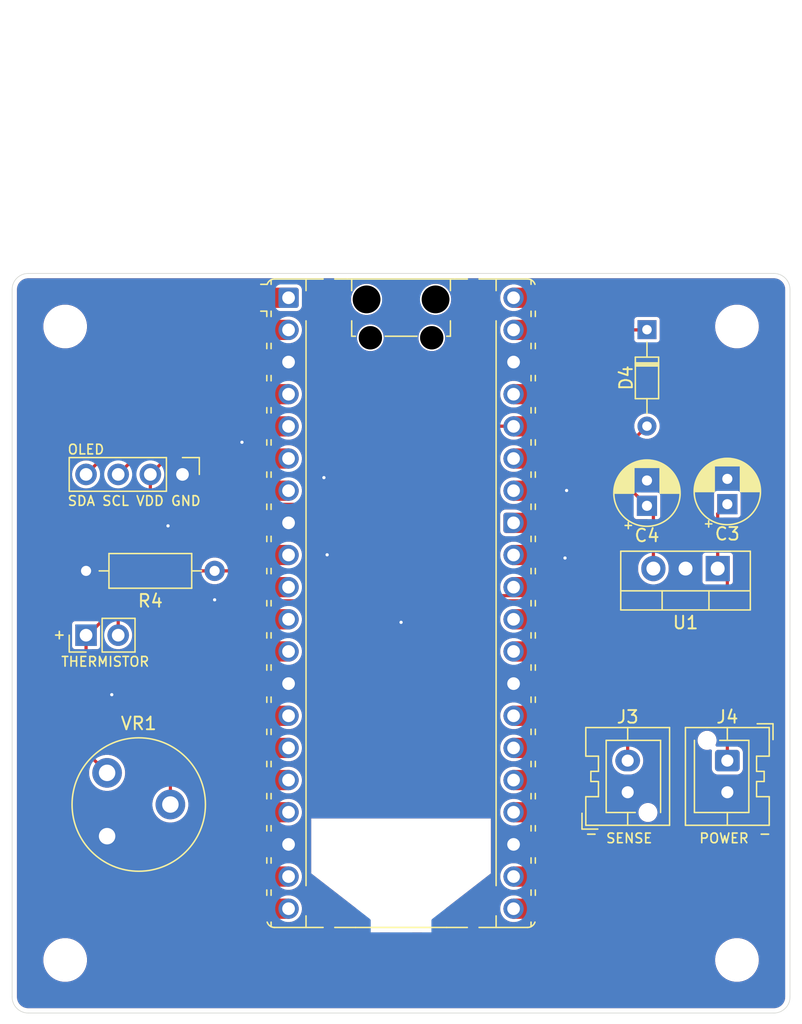
<source format=kicad_pcb>
(kicad_pcb (version 20241229) (generator "pcbnew") (generator_version "9.0")
  (layers (0 "F.Cu" signal) (2 "B.Cu" signal) (13 "F.Paste" user) (15 "B.Paste" user) (5 "F.SilkS" user "F.Silkscreen") (7 "B.SilkS" user "B.Silkscreen") (1 "F.Mask" user) (3 "B.Mask" user) (25 "Edge.Cuts" user))
  (net 0 "")
  (net 1 "GND")
  (net 5 "+5V")
  (net 9 "OLED_SCL")
  (net 10 "ADC_ADJ")
  (net 13 "ADC_WM")
  (net 19 "ADC_TEMP")
  (net 27 "OLED_SDA")
  (net 34 "Net-(J4-Pin_1)")
  (net 35 "Net-(D4-A)")
  (net 36 "+3V3")
  (footprint "Capacitor_THT:CP_Radial_D5.0mm_P2.00mm" (layer "F.Cu") (at 218.567 67.376113 90)
    (property "Reference" "C4" (at -2.346888 0 0) (layer "F.SilkS"))
    (property "Value" "47uF")
    (pad "1" thru_hole rect (at 0 0 90) (size 1.6 1.6) (drill 0.8) (layers "*.Cu" "*.Mask") (net 35 "Net-(D4-A)"))
    (pad "2" thru_hole circle (at 2 0 90) (size 1.6 1.6) (drill 0.8) (layers "*.Cu" "*.Mask") (net 1 "GND"))
  )
  (footprint "Connector_JST:JST_XA_B02B-XASK-1-A_1x02_P2.50mm_Vertical" (layer "F.Cu") (at 217.043 90.003 90)
    (property "Reference" "J3" (at 5.949 0 180) (layer "F.SilkS"))
    (property "Value" "Conn_01x02_Pin")
    (pad "" np_thru_hole circle (at -1.6 1.6 90) (size 1.25 1.25) (drill 1.25) (layers "*.Cu" "*.Mask"))
    (pad "1" thru_hole roundrect (at 0 0 90) (size 1.7 1.95) (drill 0.95) (layers "*.Cu" "*.Mask") (roundrect_rratio 0.147059) (net 1 "GND"))
    (pad "2" thru_hole oval (at 2.5 0 90) (size 1.7 1.95) (drill 0.95) (layers "*.Cu" "*.Mask") (net 13 "ADC_WM"))
  )
  (footprint "Module:RaspberryPi_Pico_Common_Unspecified" (layer "F.Cu") (at 199.136 75.072)
    (property "Reference" "A1" (hide yes))
    (property "Value" "RaspberryPi_Pico")
    (pad "" np_thru_hole circle (at -2.725 -24) (size 2.2 2.2) (drill 2.2) (layers "*.Mask"))
    (pad "" np_thru_hole circle (at -2.425 -20.97) (size 1.85 1.85) (drill 1.85) (layers "*.Mask"))
    (pad "" np_thru_hole circle (at 2.425 -20.97) (size 1.85 1.85) (drill 1.85) (layers "*.Mask"))
    (pad "" np_thru_hole circle (at 2.725 -24) (size 2.2 2.2) (drill 2.2) (layers "*.Mask"))
    (pad "1" smd custom (at -9.69 -24.13) (size 1.6 0.8) (layers "F.Cu" "F.Mask") (options (clearance outline) (anchor rect)) (primitives (gr_circle (center 0.8 0) (end 1.6 0) (width 0) (fill yes)) (gr_poly (pts (xy -1.6 -0.6) (xy -1.6 0.6) (xy -1.4 0.8) (xy 0.8 0.8) (xy 0.8 -0.8) (xy -1.4 -0.8)) (width 0) (fill yes)) (gr_circle (center -1.4 -0.6) (end -1.2 -0.6) (width 0) (fill yes)) (gr_circle (center -1.4 0.6) (end -1.2 0.6) (width 0) (fill yes))))
    (pad "1" thru_hole roundrect (at -8.89 -24.13) (size 1.6 1.6) (drill 1) (layers "*.Cu" "*.Mask") (roundrect_rratio 0.125))
    (pad "2" smd roundrect (at -9.69 -21.59) (size 3.2 1.6) (layers "F.Cu" "F.Mask") (roundrect_rratio 0.5))
    (pad "2" thru_hole circle (at -8.89 -21.59) (size 1.6 1.6) (drill 1) (layers "*.Cu" "*.Mask"))
    (pad "3" smd custom (at -9.69 -19.05) (size 1.6 0.8) (layers "F.Cu" "F.Mask") (net 1 "GND") (options (clearance outline) (anchor rect)) (primitives (gr_circle (center -0.8 0) (end 0 0) (width 0) (fill yes)) (gr_poly (pts (xy 1.6 -0.6) (xy 1.6 0.6) (xy 1.4 0.8) (xy -0.8 0.8) (xy -0.8 -0.8) (xy 1.4 -0.8)) (width 0) (fill yes)) (gr_circle (center 1.4 -0.6) (end 1.6 -0.6) (width 0) (fill yes)) (gr_circle (center 1.4 0.6) (end 1.6 0.6) (width 0) (fill yes))))
    (pad "3" thru_hole custom (at -8.89 -19.05) (size 1.6 1.6) (drill 1) (layers "*.Cu" "*.Mask") (net 1 "GND") (options (clearance outline) (anchor circle)) (primitives (gr_poly (pts (xy 0.8 0.6) (xy 0.8 -0.6) (xy 0.6 -0.8) (xy 0 -0.8) (xy 0 0.8) (xy 0.6 0.8)) (width 0) (fill yes)) (gr_circle (center 0.6 0.6) (end 0.8 0.6) (width 0) (fill yes)) (gr_circle (center 0.6 -0.6) (end 0.8 -0.6) (width 0) (fill yes))))
    (pad "4" smd roundrect (at -9.69 -16.51) (size 3.2 1.6) (layers "F.Cu" "F.Mask") (roundrect_rratio 0.5))
    (pad "4" thru_hole circle (at -8.89 -16.51) (size 1.6 1.6) (drill 1) (layers "*.Cu" "*.Mask"))
    (pad "5" smd roundrect (at -9.69 -13.97) (size 3.2 1.6) (layers "F.Cu" "F.Mask") (roundrect_rratio 0.5))
    (pad "5" thru_hole circle (at -8.89 -13.97) (size 1.6 1.6) (drill 1) (layers "*.Cu" "*.Mask"))
    (pad "6" smd roundrect (at -9.69 -11.43) (size 3.2 1.6) (layers "F.Cu" "F.Mask") (roundrect_rratio 0.5) (net 27 "OLED_SDA"))
    (pad "6" thru_hole circle (at -8.89 -11.43) (size 1.6 1.6) (drill 1) (layers "*.Cu" "*.Mask") (net 27 "OLED_SDA"))
    (pad "7" smd roundrect (at -9.69 -8.89) (size 3.2 1.6) (layers "F.Cu" "F.Mask") (roundrect_rratio 0.5) (net 9 "OLED_SCL"))
    (pad "7" thru_hole circle (at -8.89 -8.89) (size 1.6 1.6) (drill 1) (layers "*.Cu" "*.Mask") (net 9 "OLED_SCL"))
    (pad "8" smd custom (at -9.69 -6.35) (size 1.6 0.8) (layers "F.Cu" "F.Mask") (net 1 "GND") (options (clearance outline) (anchor rect)) (primitives (gr_circle (center -0.8 0) (end 0 0) (width 0) (fill yes)) (gr_poly (pts (xy 1.6 -0.6) (xy 1.6 0.6) (xy 1.4 0.8) (xy -0.8 0.8) (xy -0.8 -0.8) (xy 1.4 -0.8)) (width 0) (fill yes)) (gr_circle (center 1.4 -0.6) (end 1.6 -0.6) (width 0) (fill yes)) (gr_circle (center 1.4 0.6) (end 1.6 0.6) (width 0) (fill yes))))
    (pad "8" thru_hole custom (at -8.89 -6.35) (size 1.6 1.6) (drill 1) (layers "*.Cu" "*.Mask") (net 1 "GND") (options (clearance outline) (anchor circle)) (primitives (gr_poly (pts (xy 0.8 0.6) (xy 0.8 -0.6) (xy 0.6 -0.8) (xy 0 -0.8) (xy 0 0.8) (xy 0.6 0.8)) (width 0) (fill yes)) (gr_circle (center 0.6 0.6) (end 0.8 0.6) (width 0) (fill yes)) (gr_circle (center 0.6 -0.6) (end 0.8 -0.6) (width 0) (fill yes))))
    (pad "9" smd roundrect (at -9.69 -3.81) (size 3.2 1.6) (layers "F.Cu" "F.Mask") (roundrect_rratio 0.5))
    (pad "9" thru_hole circle (at -8.89 -3.81) (size 1.6 1.6) (drill 1) (layers "*.Cu" "*.Mask"))
    (pad "10" smd roundrect (at -9.69 -1.27) (size 3.2 1.6) (layers "F.Cu" "F.Mask") (roundrect_rratio 0.5))
    (pad "10" thru_hole circle (at -8.89 -1.27) (size 1.6 1.6) (drill 1) (layers "*.Cu" "*.Mask"))
    (pad "11" smd roundrect (at -9.69 1.27) (size 3.2 1.6) (layers "F.Cu" "F.Mask") (roundrect_rratio 0.5))
    (pad "11" thru_hole circle (at -8.89 1.27) (size 1.6 1.6) (drill 1) (layers "*.Cu" "*.Mask"))
    (pad "12" smd roundrect (at -9.69 3.81) (size 3.2 1.6) (layers "F.Cu" "F.Mask") (roundrect_rratio 0.5))
    (pad "12" thru_hole circle (at -8.89 3.81) (size 1.6 1.6) (drill 1) (layers "*.Cu" "*.Mask"))
    (pad "13" smd custom (at -9.69 6.35) (size 1.6 0.8) (layers "F.Cu" "F.Mask") (net 1 "GND") (options (clearance outline) (anchor rect)) (primitives (gr_circle (center -0.8 0) (end 0 0) (width 0) (fill yes)) (gr_poly (pts (xy 1.6 -0.6) (xy 1.6 0.6) (xy 1.4 0.8) (xy -0.8 0.8) (xy -0.8 -0.8) (xy 1.4 -0.8)) (width 0) (fill yes)) (gr_circle (center 1.4 -0.6) (end 1.6 -0.6) (width 0) (fill yes)) (gr_circle (center 1.4 0.6) (end 1.6 0.6) (width 0) (fill yes))))
    (pad "13" thru_hole custom (at -8.89 6.35) (size 1.6 1.6) (drill 1) (layers "*.Cu" "*.Mask") (net 1 "GND") (options (clearance outline) (anchor circle)) (primitives (gr_poly (pts (xy 0.8 0.6) (xy 0.8 -0.6) (xy 0.6 -0.8) (xy 0 -0.8) (xy 0 0.8) (xy 0.6 0.8)) (width 0) (fill yes)) (gr_circle (center 0.6 0.6) (end 0.8 0.6) (width 0) (fill yes)) (gr_circle (center 0.6 -0.6) (end 0.8 -0.6) (width 0) (fill yes))))
    (pad "14" smd roundrect (at -9.69 8.89) (size 3.2 1.6) (layers "F.Cu" "F.Mask") (roundrect_rratio 0.5))
    (pad "14" thru_hole circle (at -8.89 8.89) (size 1.6 1.6) (drill 1) (layers "*.Cu" "*.Mask"))
    (pad "15" smd roundrect (at -9.69 11.43) (size 3.2 1.6) (layers "F.Cu" "F.Mask") (roundrect_rratio 0.5))
    (pad "15" thru_hole circle (at -8.89 11.43) (size 1.6 1.6) (drill 1) (layers "*.Cu" "*.Mask"))
    (pad "16" smd roundrect (at -9.69 13.97) (size 3.2 1.6) (layers "F.Cu" "F.Mask") (roundrect_rratio 0.5))
    (pad "16" thru_hole circle (at -8.89 13.97) (size 1.6 1.6) (drill 1) (layers "*.Cu" "*.Mask"))
    (pad "17" smd roundrect (at -9.69 16.51) (size 3.2 1.6) (layers "F.Cu" "F.Mask") (roundrect_rratio 0.5))
    (pad "17" thru_hole circle (at -8.89 16.51) (size 1.6 1.6) (drill 1) (layers "*.Cu" "*.Mask"))
    (pad "18" smd custom (at -9.69 19.05) (size 1.6 0.8) (layers "F.Cu" "F.Mask") (net 1 "GND") (options (clearance outline) (anchor rect)) (primitives (gr_circle (center -0.8 0) (end 0 0) (width 0) (fill yes)) (gr_poly (pts (xy 1.6 -0.6) (xy 1.6 0.6) (xy 1.4 0.8) (xy -0.8 0.8) (xy -0.8 -0.8) (xy 1.4 -0.8)) (width 0) (fill yes)) (gr_circle (center 1.4 -0.6) (end 1.6 -0.6) (width 0) (fill yes)) (gr_circle (center 1.4 0.6) (end 1.6 0.6) (width 0) (fill yes))))
    (pad "18" thru_hole custom (at -8.89 19.05) (size 1.6 1.6) (drill 1) (layers "*.Cu" "*.Mask") (net 1 "GND") (options (clearance outline) (anchor circle)) (primitives (gr_poly (pts (xy 0.8 0.6) (xy 0.8 -0.6) (xy 0.6 -0.8) (xy 0 -0.8) (xy 0 0.8) (xy 0.6 0.8)) (width 0) (fill yes)) (gr_circle (center 0.6 0.6) (end 0.8 0.6) (width 0) (fill yes)) (gr_circle (center 0.6 -0.6) (end 0.8 -0.6) (width 0) (fill yes))))
    (pad "19" smd roundrect (at -9.69 21.59) (size 3.2 1.6) (layers "F.Cu" "F.Mask") (roundrect_rratio 0.5))
    (pad "19" thru_hole circle (at -8.89 21.59) (size 1.6 1.6) (drill 1) (layers "*.Cu" "*.Mask"))
    (pad "20" smd roundrect (at -9.69 24.13) (size 3.2 1.6) (layers "F.Cu" "F.Mask") (roundrect_rratio 0.5))
    (pad "20" thru_hole circle (at -8.89 24.13) (size 1.6 1.6) (drill 1) (layers "*.Cu" "*.Mask"))
    (pad "21" thru_hole circle (at 8.89 24.13) (size 1.6 1.6) (drill 1) (layers "*.Cu" "*.Mask"))
    (pad "21" smd roundrect (at 9.69 24.13) (size 3.2 1.6) (layers "F.Cu" "F.Mask") (roundrect_rratio 0.5))
    (pad "22" thru_hole circle (at 8.89 21.59) (size 1.6 1.6) (drill 1) (layers "*.Cu" "*.Mask"))
    (pad "22" smd roundrect (at 9.69 21.59) (size 3.2 1.6) (layers "F.Cu" "F.Mask") (roundrect_rratio 0.5))
    (pad "23" thru_hole custom (at 8.89 19.05) (size 1.6 1.6) (drill 1) (layers "*.Cu" "*.Mask") (net 1 "GND") (options (clearance outline) (anchor circle)) (primitives (gr_poly (pts (xy -0.8 0.6) (xy -0.8 -0.6) (xy -0.6 -0.8) (xy 0 -0.8) (xy 0 0.8) (xy -0.6 0.8)) (width 0) (fill yes)) (gr_circle (center -0.6 0.6) (end -0.4 0.6) (width 0) (fill yes)) (gr_circle (center -0.6 -0.6) (end -0.4 -0.6) (width 0) (fill yes))))
    (pad "23" smd custom (at 9.69 19.05) (size 1.6 0.8) (layers "F.Cu" "F.Mask") (net 1 "GND") (options (clearance outline) (anchor rect)) (primitives (gr_circle (center 0.8 0) (end 1.6 0) (width 0) (fill yes)) (gr_poly (pts (xy -1.6 -0.6) (xy -1.6 0.6) (xy -1.4 0.8) (xy 0.8 0.8) (xy 0.8 -0.8) (xy -1.4 -0.8)) (width 0) (fill yes)) (gr_circle (center -1.4 -0.6) (end -1.2 -0.6) (width 0) (fill yes)) (gr_circle (center -1.4 0.6) (end -1.2 0.6) (width 0) (fill yes))))
    (pad "24" thru_hole circle (at 8.89 16.51) (size 1.6 1.6) (drill 1) (layers "*.Cu" "*.Mask"))
    (pad "24" smd roundrect (at 9.69 16.51) (size 3.2 1.6) (layers "F.Cu" "F.Mask") (roundrect_rratio 0.5))
    (pad "25" thru_hole circle (at 8.89 13.97) (size 1.6 1.6) (drill 1) (layers "*.Cu" "*.Mask"))
    (pad "25" smd roundrect (at 9.69 13.97) (size 3.2 1.6) (layers "F.Cu" "F.Mask") (roundrect_rratio 0.5))
    (pad "26" thru_hole circle (at 8.89 11.43) (size 1.6 1.6) (drill 1) (layers "*.Cu" "*.Mask"))
    (pad "26" smd roundrect (at 9.69 11.43) (size 3.2 1.6) (layers "F.Cu" "F.Mask") (roundrect_rratio 0.5))
    (pad "27" thru_hole circle (at 8.89 8.89) (size 1.6 1.6) (drill 1) (layers "*.Cu" "*.Mask"))
    (pad "27" smd roundrect (at 9.69 8.89) (size 3.2 1.6) (layers "F.Cu" "F.Mask") (roundrect_rratio 0.5))
    (pad "28" thru_hole custom (at 8.89 6.35) (size 1.6 1.6) (drill 1) (layers "*.Cu" "*.Mask") (net 1 "GND") (options (clearance outline) (anchor circle)) (primitives (gr_poly (pts (xy -0.8 0.6) (xy -0.8 -0.6) (xy -0.6 -0.8) (xy 0 -0.8) (xy 0 0.8) (xy -0.6 0.8)) (width 0) (fill yes)) (gr_circle (center -0.6 0.6) (end -0.4 0.6) (width 0) (fill yes)) (gr_circle (center -0.6 -0.6) (end -0.4 -0.6) (width 0) (fill yes))))
    (pad "28" smd custom (at 9.69 6.35) (size 1.6 0.8) (layers "F.Cu" "F.Mask") (net 1 "GND") (options (clearance outline) (anchor rect)) (primitives (gr_circle (center 0.8 0) (end 1.6 0) (width 0) (fill yes)) (gr_poly (pts (xy -1.6 -0.6) (xy -1.6 0.6) (xy -1.4 0.8) (xy 0.8 0.8) (xy 0.8 -0.8) (xy -1.4 -0.8)) (width 0) (fill yes)) (gr_circle (center -1.4 -0.6) (end -1.2 -0.6) (width 0) (fill yes)) (gr_circle (center -1.4 0.6) (end -1.2 0.6) (width 0) (fill yes))))
    (pad "29" thru_hole circle (at 8.89 3.81) (size 1.6 1.6) (drill 1) (layers "*.Cu" "*.Mask"))
    (pad "29" smd roundrect (at 9.69 3.81) (size 3.2 1.6) (layers "F.Cu" "F.Mask") (roundrect_rratio 0.5))
    (pad "30" thru_hole circle (at 8.89 1.27) (size 1.6 1.6) (drill 1) (layers "*.Cu" "*.Mask"))
    (pad "30" smd roundrect (at 9.69 1.27) (size 3.2 1.6) (layers "F.Cu" "F.Mask") (roundrect_rratio 0.5))
    (pad "31" thru_hole circle (at 8.89 -1.27) (size 1.6 1.6) (drill 1) (layers "*.Cu" "*.Mask") (net 19 "ADC_TEMP"))
    (pad "31" smd roundrect (at 9.69 -1.27) (size 3.2 1.6) (layers "F.Cu" "F.Mask") (roundrect_rratio 0.5) (net 19 "ADC_TEMP"))
    (pad "32" thru_hole circle (at 8.89 -3.81) (size 1.6 1.6) (drill 1) (layers "*.Cu" "*.Mask") (net 10 "ADC_ADJ"))
    (pad "32" smd roundrect (at 9.69 -3.81) (size 3.2 1.6) (layers "F.Cu" "F.Mask") (roundrect_rratio 0.5) (net 10 "ADC_ADJ"))
    (pad "33" thru_hole custom (at 8.89 -6.35) (size 1.6 1.6) (drill 1) (layers "*.Cu" "*.Mask") (options (clearance outline) (anchor circle)) (primitives (gr_poly (pts (xy -0.8 0.6) (xy -0.8 -0.6) (xy -0.6 -0.8) (xy 0 -0.8) (xy 0 0.8) (xy -0.6 0.8)) (width 0) (fill yes)) (gr_circle (center -0.6 0.6) (end -0.4 0.6) (width 0) (fill yes)) (gr_circle (center -0.6 -0.6) (end -0.4 -0.6) (width 0) (fill yes))))
    (pad "33" smd custom (at 9.69 -6.35) (size 1.6 0.8) (layers "F.Cu" "F.Mask") (options (clearance outline) (anchor rect)) (primitives (gr_circle (center 0.8 0) (end 1.6 0) (width 0) (fill yes)) (gr_poly (pts (xy -1.6 -0.6) (xy -1.6 0.6) (xy -1.4 0.8) (xy 0.8 0.8) (xy 0.8 -0.8) (xy -1.4 -0.8)) (width 0) (fill yes)) (gr_circle (center -1.4 -0.6) (end -1.2 -0.6) (width 0) (fill yes)) (gr_circle (center -1.4 0.6) (end -1.2 0.6) (width 0) (fill yes))))
    (pad "34" thru_hole circle (at 8.89 -8.89) (size 1.6 1.6) (drill 1) (layers "*.Cu" "*.Mask") (net 13 "ADC_WM"))
    (pad "34" smd roundrect (at 9.69 -8.89) (size 3.2 1.6) (layers "F.Cu" "F.Mask") (roundrect_rratio 0.5) (net 13 "ADC_WM"))
    (pad "35" thru_hole circle (at 8.89 -11.43) (size 1.6 1.6) (drill 1) (layers "*.Cu" "*.Mask"))
    (pad "35" smd roundrect (at 9.69 -11.43) (size 3.2 1.6) (layers "F.Cu" "F.Mask") (roundrect_rratio 0.5))
    (pad "36" thru_hole circle (at 8.89 -13.97) (size 1.6 1.6) (drill 1) (layers "*.Cu" "*.Mask") (net 36 "+3V3"))
    (pad "36" smd roundrect (at 9.69 -13.97) (size 3.2 1.6) (layers "F.Cu" "F.Mask") (roundrect_rratio 0.5) (net 36 "+3V3"))
    (pad "37" thru_hole circle (at 8.89 -16.51) (size 1.6 1.6) (drill 1) (layers "*.Cu" "*.Mask"))
    (pad "37" smd roundrect (at 9.69 -16.51) (size 3.2 1.6) (layers "F.Cu" "F.Mask") (roundrect_rratio 0.5))
    (pad "38" thru_hole custom (at 8.89 -19.05) (size 1.6 1.6) (drill 1) (layers "*.Cu" "*.Mask") (net 1 "GND") (options (clearance outline) (anchor circle)) (primitives (gr_poly (pts (xy -0.8 0.6) (xy -0.8 -0.6) (xy -0.6 -0.8) (xy 0 -0.8) (xy 0 0.8) (xy -0.6 0.8)) (width 0) (fill yes)) (gr_circle (center -0.6 0.6) (end -0.4 0.6) (width 0) (fill yes)) (gr_circle (center -0.6 -0.6) (end -0.4 -0.6) (width 0) (fill yes))))
    (pad "38" smd custom (at 9.69 -19.05) (size 1.6 0.8) (layers "F.Cu" "F.Mask") (net 1 "GND") (options (clearance outline) (anchor rect)) (primitives (gr_circle (center 0.8 0) (end 1.6 0) (width 0) (fill yes)) (gr_poly (pts (xy -1.6 -0.6) (xy -1.6 0.6) (xy -1.4 0.8) (xy 0.8 0.8) (xy 0.8 -0.8) (xy -1.4 -0.8)) (width 0) (fill yes)) (gr_circle (center -1.4 -0.6) (end -1.2 -0.6) (width 0) (fill yes)) (gr_circle (center -1.4 0.6) (end -1.2 0.6) (width 0) (fill yes))))
    (pad "39" thru_hole circle (at 8.89 -21.59) (size 1.6 1.6) (drill 1) (layers "*.Cu" "*.Mask") (net 5 "+5V"))
    (pad "39" smd roundrect (at 9.69 -21.59) (size 3.2 1.6) (layers "F.Cu" "F.Mask") (roundrect_rratio 0.5) (net 5 "+5V"))
    (pad "40" thru_hole circle (at 8.89 -24.13) (size 1.6 1.6) (drill 1) (layers "*.Cu" "*.Mask"))
    (pad "40" smd roundrect (at 9.69 -24.13) (size 3.2 1.6) (layers "F.Cu" "F.Mask") (roundrect_rratio 0.5))
    (zone (net 0) (net_name "") (layers "F.Cu" "B.Cu" "F.Paste" "B.Paste") (name "Antenna Copper Keep Out") (connect_pads (clearance 0)) (min_thickness 0.254)
      (keepout (tracks not_allowed) (vias not_allowed) (pads not_allowed) (copperpour not_allowed) (footprints allowed))
      (fill (thermal_gap 0.508) (thermal_bridge_width 0.508))
      (polygon (pts (xy 196.736 100.061895) (xy 192.036 96.411895) (xy 192.036 92.072) (xy 206.236 92.072) (xy 206.236 96.411895) (xy 201.536 100.061895) (xy 201.536 101.072) (xy 196.736 101.072)))
    )
    (zone (net 0) (net_name "") (layers "F.Cu" "F.Paste") (name "Pad Keep Out D1-W") (connect_pads (clearance 0)) (min_thickness 0.25)
      (keepout (tracks not_allowed) (vias not_allowed) (pads not_allowed) (copperpour not_allowed) (footprints allowed))
      (fill (thermal_gap 0.5) (thermal_bridge_width 0.5))
      (polygon (pts (xy 198.764778 79.872398) (xy 198.820498 79.816678) (xy 198.8933 79.786522) (xy 198.9327 79.7846) (xy 199.7201 79.7846) (xy 199.7201 81.7594) (xy 198.9327 81.7594) (xy 198.8933 81.757478) (xy 198.820498 81.727322) (xy 198.764778 81.671602) (xy 198.734622 81.5988) (xy 198.7327 81.5594) (xy 198.7327 79.9846) (xy 198.734622 79.9452)))
    )
    (zone (net 0) (net_name "") (layers "F.Cu" "F.Paste") (name "Pad Keep Out D1-W") (connect_pads (clearance 0)) (min_thickness 0.25)
      (keepout (tracks not_allowed) (vias not_allowed) (pads not_allowed) (copperpour not_allowed) (footprints allowed))
      (fill (thermal_gap 0.5) (thermal_bridge_width 0.5))
      (polygon (pts (xy 200.5075 81.7594) (xy 199.7201 81.7594) (xy 199.7201 79.7846) (xy 200.5075 79.7846) (xy 200.5469 79.786522) (xy 200.619702 79.816677) (xy 200.675423 79.872398) (xy 200.705578 79.9452) (xy 200.7075 79.9846) (xy 200.7075 81.5594) (xy 200.705578 81.5988) (xy 200.675423 81.671602) (xy 200.619702 81.727323) (xy 200.5469 81.757478)))
    )
    (zone (net 0) (net_name "") (layers "F.Cu" "F.Paste") (name "Pad Keep Out TP6") (connect_pads (clearance 0)) (min_thickness 0.25)
      (keepout (tracks not_allowed) (vias not_allowed) (pads not_allowed) (copperpour not_allowed) (footprints allowed))
      (fill (thermal_gap 0.5) (thermal_bridge_width 0.5))
      (polygon (pts (xy 196.120455 65.019861) (xy 195.993833 64.985932) (xy 195.880306 64.920388) (xy 195.787612 64.827694) (xy 195.722068 64.714167) (xy 195.688139 64.587545) (xy 195.686 64.522) (xy 195.686 60.822) (xy 197.586 60.822) (xy 197.586 64.522) (xy 197.583861 64.587545) (xy 197.549932 64.714167) (xy 197.484388 64.827694) (xy 197.391694 64.920388) (xy 197.278167 64.985932) (xy 197.151545 65.019861) (xy 197.086 65.022) (xy 196.186 65.022)))
    )
    (zone (net 0) (net_name "") (layers "F.Cu" "F.Paste") (name "Pad Keep Out TP3") (connect_pads (clearance 0)) (min_thickness 0.25)
      (keepout (tracks not_allowed) (vias not_allowed) (pads not_allowed) (copperpour not_allowed) (footprints allowed))
      (fill (thermal_gap 0.5) (thermal_bridge_width 0.5))
      (polygon (pts (xy 197.188139 50.256455) (xy 197.222068 50.129833) (xy 197.287612 50.016306) (xy 197.380306 49.923612) (xy 197.493833 49.858068) (xy 197.620455 49.824139) (xy 197.686 49.822) (xy 198.136 49.822) (xy 198.136 51.722) (xy 197.686 51.722) (xy 197.620455 51.719861) (xy 197.493833 51.685932) (xy 197.380306 51.620388) (xy 197.287612 51.527694) (xy 197.222068 51.414167) (xy 197.188139 51.287545) (xy 197.186 51.222) (xy 197.186 50.322)))
    )
    (zone (net 0) (net_name "") (layers "F.Cu" "F.Paste") (name "Pad Keep Out TP4") (connect_pads (clearance 0)) (min_thickness 0.25)
      (keepout (tracks not_allowed) (vias not_allowed) (pads not_allowed) (copperpour not_allowed) (footprints allowed))
      (fill (thermal_gap 0.5) (thermal_bridge_width 0.5))
      (polygon (pts (xy 197.586 60.822) (xy 197.586 57.122) (xy 197.583861 57.056455) (xy 197.549933 56.929833) (xy 197.484388 56.816306) (xy 197.391694 56.723612) (xy 197.278167 56.658067) (xy 197.151545 56.624139) (xy 197.086 56.622) (xy 196.186 56.622) (xy 196.120455 56.624139) (xy 195.993833 56.658067) (xy 195.880306 56.723612) (xy 195.787612 56.816306) (xy 195.722067 56.929833) (xy 195.688139 57.056455) (xy 195.686 57.122) (xy 195.686 60.822)))
    )
    (zone (net 0) (net_name "") (layers "F.Cu" "F.Paste") (name "Pad Keep Out TP3") (connect_pads (clearance 0)) (min_thickness 0.25)
      (keepout (tracks not_allowed) (vias not_allowed) (pads not_allowed) (copperpour not_allowed) (footprints allowed))
      (fill (thermal_gap 0.5) (thermal_bridge_width 0.5))
      (polygon (pts (xy 198.136 51.722) (xy 198.586 51.722) (xy 198.651545 51.719861) (xy 198.778167 51.685933) (xy 198.891694 51.620388) (xy 198.984388 51.527694) (xy 199.049933 51.414167) (xy 199.083861 51.287545) (xy 199.086 51.222) (xy 199.086 50.322) (xy 199.083861 50.256455) (xy 199.049933 50.129833) (xy 198.984388 50.016306) (xy 198.891694 49.923612) (xy 198.778167 49.858067) (xy 198.651545 49.824139) (xy 198.586 49.822) (xy 198.136 49.822)))
    )
    (zone (net 0) (net_name "") (layers "F.Cu" "F.Paste") (name "Pad Keep Out TP1") (connect_pads (clearance 0)) (min_thickness 0.25)
      (keepout (tracks not_allowed) (vias not_allowed) (pads not_allowed) (copperpour not_allowed) (footprints allowed))
      (fill (thermal_gap 0.5) (thermal_bridge_width 0.5))
      (polygon (pts (xy 198.188139 53.556455) (xy 198.222068 53.429833) (xy 198.287612 53.316306) (xy 198.380306 53.223612) (xy 198.493833 53.158068) (xy 198.620455 53.124139) (xy 198.686 53.122) (xy 199.136 53.122) (xy 199.136 55.022) (xy 198.686 55.022) (xy 198.620455 55.019861) (xy 198.493833 54.985932) (xy 198.380306 54.920388) (xy 198.287612 54.827694) (xy 198.222068 54.714167) (xy 198.188139 54.587545) (xy 198.186 54.522) (xy 198.186 53.622)))
    )
    (zone (net 0) (net_name "") (layers "F.Cu" "F.Paste") (name "Pad Keep Out D2") (connect_pads (clearance 0)) (min_thickness 0.25)
      (keepout (tracks not_allowed) (vias not_allowed) (pads not_allowed) (copperpour not_allowed) (footprints allowed))
      (fill (thermal_gap 0.5) (thermal_bridge_width 0.5))
      (polygon (pts (xy 198.536 97.972) (xy 199.136 97.972) (arc (start 199.136 101.572) (mid 198.428893 101.279107) (end 198.136 100.572)) (xy 198.136 98.372) (xy 198.138193 98.308994) (xy 198.177133 98.189148) (xy 198.251201 98.087201) (xy 198.353148 98.013133) (xy 198.472994 97.974193)))
    )
    (zone (net 0) (net_name "") (layers "F.Cu" "F.Paste") (name "Pad Keep Out TP1") (connect_pads (clearance 0)) (min_thickness 0.25)
      (keepout (tracks not_allowed) (vias not_allowed) (pads not_allowed) (copperpour not_allowed) (footprints allowed))
      (fill (thermal_gap 0.5) (thermal_bridge_width 0.5))
      (polygon (pts (xy 199.136 55.022) (xy 199.586 55.022) (xy 199.651545 55.019861) (xy 199.778167 54.985933) (xy 199.891694 54.920388) (xy 199.984388 54.827694) (xy 200.049933 54.714167) (xy 200.083861 54.587545) (xy 200.086 54.522) (xy 200.086 53.622) (xy 200.083861 53.556455) (xy 200.049933 53.429833) (xy 199.984388 53.316306) (xy 199.891694 53.223612) (xy 199.778167 53.158067) (xy 199.651545 53.124139) (xy 199.586 53.122) (xy 199.136 53.122)))
    )
    (zone (net 0) (net_name "") (layers "F.Cu" "F.Paste") (name "Pad Keep Out TP2") (connect_pads (clearance 0)) (min_thickness 0.25)
      (keepout (tracks not_allowed) (vias not_allowed) (pads not_allowed) (copperpour not_allowed) (footprints allowed))
      (fill (thermal_gap 0.5) (thermal_bridge_width 0.5))
      (polygon (pts (xy 199.188139 50.271455) (xy 199.222068 50.144833) (xy 199.287612 50.031306) (xy 199.380306 49.938612) (xy 199.493833 49.873068) (xy 199.620455 49.839139) (xy 199.686 49.837) (xy 200.136 49.837) (xy 200.136 51.737) (xy 199.686 51.737) (xy 199.620455 51.734861) (xy 199.493833 51.700932) (xy 199.380306 51.635388) (xy 199.287612 51.542694) (xy 199.222068 51.429167) (xy 199.188139 51.302545) (xy 199.186 51.237) (xy 199.186 50.337)))
    )
    (zone (net 0) (net_name "") (layers "F.Cu" "F.Paste") (name "Pad Keep Out TP7") (connect_pads (clearance 0)) (min_thickness 0.25)
      (keepout (tracks not_allowed) (vias not_allowed) (pads not_allowed) (copperpour not_allowed) (footprints allowed))
      (fill (thermal_gap 0.5) (thermal_bridge_width 0.5))
      (polygon (pts (xy 199.188139 69.556455) (xy 199.222068 69.429833) (xy 199.287612 69.316306) (xy 199.380306 69.223612) (xy 199.493833 69.158068) (xy 199.620455 69.124139) (xy 199.686 69.122) (xy 200.136 69.122) (xy 200.136 71.022) (xy 199.686 71.022) (xy 199.620455 71.019861) (xy 199.493833 70.985932) (xy 199.380306 70.920388) (xy 199.287612 70.827694) (xy 199.222068 70.714167) (xy 199.188139 70.587545) (xy 199.186 70.522) (xy 199.186 69.622)))
    )
    (zone (net 0) (net_name "") (layers "F.Cu" "F.Paste") (name "Pad Keep Out D2") (connect_pads (clearance 0)) (min_thickness 0.25)
      (keepout (tracks not_allowed) (vias not_allowed) (pads not_allowed) (copperpour not_allowed) (footprints allowed))
      (fill (thermal_gap 0.5) (thermal_bridge_width 0.5))
      (polygon (pts (xy 199.736 97.972) (xy 199.798964 97.974462) (xy 199.918728 98.013376) (xy 200.020606 98.087394) (xy 200.094624 98.189272) (xy 200.133538 98.309036) (xy 200.136 98.372) (arc (start 200.136 100.572) (mid 199.843107 101.279107) (end 199.136 101.572)) (xy 199.136 97.972)))
    )
    (zone (net 0) (net_name "") (layers "F.Cu" "F.Paste") (name "Pad Keep Out TP2") (connect_pads (clearance 0)) (min_thickness 0.25)
      (keepout (tracks not_allowed) (vias not_allowed) (pads not_allowed) (copperpour not_allowed) (footprints allowed))
      (fill (thermal_gap 0.5) (thermal_bridge_width 0.5))
      (polygon (pts (xy 200.136 51.737) (xy 200.586 51.737) (xy 200.651545 51.734861) (xy 200.778167 51.700933) (xy 200.891694 51.635388) (xy 200.984388 51.542694) (xy 201.049933 51.429167) (xy 201.083861 51.302545) (xy 201.086 51.237) (xy 201.086 50.337) (xy 201.083861 50.271455) (xy 201.049933 50.144833) (xy 200.984388 50.031306) (xy 200.891694 49.938612) (xy 200.778167 49.873067) (xy 200.651545 49.839139) (xy 200.586 49.837) (xy 200.136 49.837)))
    )
    (zone (net 0) (net_name "") (layers "F.Cu" "F.Paste") (name "Pad Keep Out TP7") (connect_pads (clearance 0)) (min_thickness 0.25)
      (keepout (tracks not_allowed) (vias not_allowed) (pads not_allowed) (copperpour not_allowed) (footprints allowed))
      (fill (thermal_gap 0.5) (thermal_bridge_width 0.5))
      (polygon (pts (xy 200.136 71.022) (xy 200.586 71.022) (xy 200.651545 71.019861) (xy 200.778167 70.985933) (xy 200.891694 70.920388) (xy 200.984388 70.827694) (xy 201.049933 70.714167) (xy 201.083861 70.587545) (xy 201.086 70.522) (xy 201.086 69.622) (xy 201.083861 69.556455) (xy 201.049933 69.429833) (xy 200.984388 69.316306) (xy 200.891694 69.223612) (xy 200.778167 69.158067) (xy 200.651545 69.124139) (xy 200.586 69.122) (xy 200.136 69.122)))
    )
    (zone (net 0) (net_name "") (layers "F.Cu" "F.Paste") (name "Pad Keep Out D1") (connect_pads (clearance 0)) (min_thickness 0.25)
      (keepout (tracks not_allowed) (vias not_allowed) (pads not_allowed) (copperpour not_allowed) (footprints allowed))
      (fill (thermal_gap 0.5) (thermal_bridge_width 0.5))
      (polygon (pts (arc (start 195.596 100.572) (mid 195.888893 101.279107) (end 196.596 101.572)) (arc (start 196.596 97.972) (mid 195.888893 98.264893) (end 195.596 98.972))))
    )
    (zone (net 0) (net_name "") (layers "F.Cu" "F.Paste") (name "Pad Keep Out D1") (connect_pads (clearance 0)) (min_thickness 0.25)
      (keepout (tracks not_allowed) (vias not_allowed) (pads not_allowed) (copperpour not_allowed) (footprints allowed))
      (fill (thermal_gap 0.5) (thermal_bridge_width 0.5))
      (polygon (pts (arc (start 196.596 101.572) (mid 197.303107 101.279107) (end 197.596 100.572)) (arc (start 197.596 98.972) (mid 197.303107 98.264893) (end 196.596 97.972))))
    )
    (zone (net 0) (net_name "") (layers "F.Cu" "F.Paste") (name "Pad Keep Out D3") (connect_pads (clearance 0)) (min_thickness 0.25)
      (keepout (tracks not_allowed) (vias not_allowed) (pads not_allowed) (copperpour not_allowed) (footprints allowed))
      (fill (thermal_gap 0.5) (thermal_bridge_width 0.5))
      (polygon (pts (arc (start 200.676141 100.571925) (mid 200.969034 101.279032) (end 201.676141 101.571925)) (arc (start 201.676141 97.971925) (mid 200.969034 98.264818) (end 200.676141 98.971925))))
    )
    (zone (net 0) (net_name "") (layers "F.Cu" "F.Paste") (name "Pad Keep Out D3") (connect_pads (clearance 0)) (min_thickness 0.25)
      (keepout (tracks not_allowed) (vias not_allowed) (pads not_allowed) (copperpour not_allowed) (footprints allowed))
      (fill (thermal_gap 0.5) (thermal_bridge_width 0.5))
      (polygon (pts (arc (start 201.676141 101.571925) (mid 202.383248 101.279032) (end 202.676141 100.571925)) (arc (start 202.676141 98.971925) (mid 202.383248 98.264818) (end 201.676141 97.971925))))
    )
    (zone (net 0) (net_name "") (layers "F.Cu" "F.Paste") (name "Pad Keep Out D2-W") (connect_pads (clearance 0)) (min_thickness 0.254)
      (keepout (tracks not_allowed) (vias not_allowed) (pads not_allowed) (copperpour not_allowed) (footprints allowed))
      (fill (thermal_gap 0.508) (thermal_bridge_width 0.508))
      (polygon (pts (xy 203.252278 80.772) (xy 203.233382 80.579285) (xy 203.177414 80.39391) (xy 203.086506 80.222937) (xy 202.96412 80.072877) (xy 202.814919 79.949447) (xy 202.644584 79.857348) (xy 202.459605 79.800087) (xy 202.267027 79.779846) (xy 202.074184 79.797396) (xy 201.888424 79.852069) (xy 201.71682 79.941781) (xy 201.565909 80.063116) (xy 201.441441 80.211452) (xy 201.348154 80.38114) (xy 201.289603 80.565715) (xy 201.268019 80.758147) (xy 201.284222 80.951107) (xy 201.337596 81.137245) (xy 201.426108 81.309471) (xy 201.546387 81.461225) (xy 201.693851 81.586726) (xy 201.862882 81.681195) (xy 202.047044 81.741033) (xy 202.239321 81.76396) (xy 202.43239 81.749105) (xy 202.618896 81.697031) (xy 202.791736 81.609724) (xy 202.944325 81.490507) (xy 203.070853 81.343923) (xy 203.1665 81.175555) (xy 203.227622 80.991816) (xy 203.251891 80.799703)))
    )
    (zone (net 0) (net_name "") (layers "F.Cu" "F.Paste") (name "Pad Keep Out D3-W") (connect_pads (clearance 0)) (min_thickness 0.254)
      (keepout (tracks not_allowed) (vias not_allowed) (pads not_allowed) (copperpour not_allowed) (footprints allowed))
      (fill (thermal_gap 0.508) (thermal_bridge_width 0.508))
      (polygon (pts (xy 205.792278 80.772) (xy 205.773382 80.579285) (xy 205.717414 80.39391) (xy 205.626506 80.222937) (xy 205.50412 80.072877) (xy 205.354919 79.949447) (xy 205.184584 79.857348) (xy 204.999605 79.800087) (xy 204.807027 79.779846) (xy 204.614184 79.797396) (xy 204.428424 79.852069) (xy 204.25682 79.941781) (xy 204.105909 80.063116) (xy 203.981441 80.211452) (xy 203.888154 80.38114) (xy 203.829603 80.565715) (xy 203.808019 80.758147) (xy 203.824222 80.951107) (xy 203.877596 81.137245) (xy 203.966108 81.309471) (xy 204.086387 81.461225) (xy 204.233851 81.586726) (xy 204.402882 81.681195) (xy 204.587044 81.741033) (xy 204.779321 81.76396) (xy 204.97239 81.749105) (xy 205.158896 81.697031) (xy 205.331736 81.609724) (xy 205.484325 81.490507) (xy 205.610853 81.343923) (xy 205.7065 81.175555) (xy 205.767622 80.991816) (xy 205.791891 80.799703)))
    )
  )
  (footprint "Connector_PinHeader_2.54mm:PinHeader_1x02_P2.54mm_Vertical" (layer "F.Cu") (at 174.244 77.597 90)
    (property "Reference" "TH1" (hide yes))
    (property "Value" "Thermistor_PTC_US")
    (pad "1" thru_hole rect (at 0 0 90) (size 1.7 1.7) (drill 1) (layers "*.Cu" "*.Mask") (net 36 "+3V3"))
    (pad "2" thru_hole oval (at 0 2.54 90) (size 1.7 1.7) (drill 1) (layers "*.Cu" "*.Mask") (net 19 "ADC_TEMP"))
  )
  (footprint "Package_TO_SOT_THT:TO-220-3_Vertical" (layer "F.Cu") (at 224.155 72.334 180)
    (property "Reference" "U1" (at 2.54 -4.27 0) (layer "F.SilkS"))
    (property "Value" "UA7805CKCS")
    (pad "1" thru_hole rect (at 0 0 180) (size 1.905 2) (drill 1.1) (layers "*.Cu" "*.Mask") (net 34 "Net-(J4-Pin_1)"))
    (pad "2" thru_hole oval (at 2.54 0 180) (size 1.905 2) (drill 1.1) (layers "*.Cu" "*.Mask") (net 1 "GND"))
    (pad "3" thru_hole oval (at 5.08 0 180) (size 1.905 2) (drill 1.1) (layers "*.Cu" "*.Mask") (net 35 "Net-(D4-A)"))
  )
  (footprint "Resistor_THT:R_Axial_DIN0207_L6.3mm_D2.5mm_P10.16mm_Horizontal" (layer "F.Cu") (at 184.404 72.517 180)
    (property "Reference" "R4" (at 5.08 -2.37 0) (layer "F.SilkS"))
    (property "Value" "R_US")
    (pad "1" thru_hole circle (at 0 0 180) (size 1.6 1.6) (drill 0.8) (layers "*.Cu" "*.Mask") (net 19 "ADC_TEMP"))
    (pad "2" thru_hole oval (at 10.16 0 180) (size 1.6 1.6) (drill 0.8) (layers "*.Cu" "*.Mask") (net 1 "GND"))
  )
  (footprint "Connector_PinHeader_2.54mm:PinHeader_1x04_P2.54mm_Vertical" (layer "F.Cu") (at 181.864 64.897 -90)
    (property "Reference" "J5" (hide yes))
    (property "Value" "Conn_01x04")
    (pad "1" thru_hole rect (at 0 0 270) (size 1.7 1.7) (drill 1) (layers "*.Cu" "*.Mask") (net 1 "GND"))
    (pad "2" thru_hole oval (at 0 2.54 270) (size 1.7 1.7) (drill 1) (layers "*.Cu" "*.Mask") (net 36 "+3V3"))
    (pad "3" thru_hole oval (at 0 5.08 270) (size 1.7 1.7) (drill 1) (layers "*.Cu" "*.Mask") (net 9 "OLED_SCL"))
    (pad "4" thru_hole oval (at 0 7.62 270) (size 1.7 1.7) (drill 1) (layers "*.Cu" "*.Mask") (net 27 "OLED_SDA"))
  )
  (footprint "Capacitor_THT:CP_Radial_D5.0mm_P2.00mm" (layer "F.Cu") (at 224.917 67.249113 90)
    (property "Reference" "C3" (at -2.346888 0 0) (layer "F.SilkS"))
    (property "Value" "10uF")
    (pad "1" thru_hole rect (at 0 0 90) (size 1.6 1.6) (drill 0.8) (layers "*.Cu" "*.Mask") (net 34 "Net-(J4-Pin_1)"))
    (pad "2" thru_hole circle (at 2 0 90) (size 1.6 1.6) (drill 0.8) (layers "*.Cu" "*.Mask") (net 1 "GND"))
  )
  (footprint "Diode_THT:D_DO-34_SOD68_P7.62mm_Horizontal" (layer "F.Cu") (at 218.567 53.462 -90)
    (property "Reference" "D4" (at 3.81 1.651 90) (layer "F.SilkS"))
    (property "Value" "1N5819")
    (pad "1" thru_hole rect (at 0 0 270) (size 1.5 1.5) (drill 0.75) (layers "*.Cu" "*.Mask") (net 5 "+5V"))
    (pad "2" thru_hole oval (at 7.62 0 270) (size 1.5 1.5) (drill 0.75) (layers "*.Cu" "*.Mask") (net 35 "Net-(D4-A)"))
  )
  (footprint "Potentiometer_THT:Potentiometer_Piher_PT-10-V05_Vertical" (layer "F.Cu") (at 175.907 93.472)
    (property "Reference" "VR1" (at 2.5 -8.9 0) (layer "F.SilkS"))
    (property "Value" "100K")
    (pad "1" thru_hole circle (at 0 0) (size 2.34 2.34) (drill 1.3) (layers "*.Cu" "*.Mask") (net 1 "GND"))
    (pad "2" thru_hole circle (at 5 -2.5) (size 2.34 2.34) (drill 1.3) (layers "*.Cu" "*.Mask") (net 10 "ADC_ADJ"))
    (pad "3" thru_hole circle (at 0 -5) (size 2.34 2.34) (drill 1.3) (layers "*.Cu" "*.Mask") (net 36 "+3V3"))
  )
  (footprint "MountingHole:MountingHole_3.2mm_M3" (layer "F.Cu") (at 225.679 53.213)
    (property "Reference" "H5" (hide yes))
    (property "Value" "MountingHole")
    (pad "" np_thru_hole circle (at 0 0) (size 3.2 3.2) (drill 3.2) (layers "*.Cu" "*.Mask"))
  )
  (footprint "MountingHole:MountingHole_3.2mm_M3" (layer "F.Cu") (at 172.593 53.213)
    (property "Reference" "H8" (hide yes))
    (property "Value" "MountingHole")
    (pad "" np_thru_hole circle (at 0 0) (size 3.2 3.2) (drill 3.2) (layers "*.Cu" "*.Mask"))
  )
  (footprint "MountingHole:MountingHole_3.2mm_M3" (layer "F.Cu") (at 172.593 103.251)
    (property "Reference" "H7" (hide yes))
    (property "Value" "MountingHole")
    (pad "" np_thru_hole circle (at 0 0) (size 3.2 3.2) (drill 3.2) (layers "*.Cu" "*.Mask"))
  )
  (footprint "MountingHole:MountingHole_3.2mm_M3" (layer "F.Cu") (at 225.679 103.251)
    (property "Reference" "H6" (hide yes))
    (property "Value" "MountingHole")
    (pad "" np_thru_hole circle (at 0 0) (size 3.2 3.2) (drill 3.2) (layers "*.Cu" "*.Mask"))
  )
  (footprint "Connector_JST:JST_XA_B02B-XASK-1-A_1x02_P2.50mm_Vertical" (layer "F.Cu") (at 224.917 87.503 -90)
    (property "Reference" "J4" (at -3.449 0 180) (layer "F.SilkS"))
    (property "Value" "Conn_01x02_Pin")
    (pad "" np_thru_hole circle (at -1.6 1.6 270) (size 1.25 1.25) (drill 1.25) (layers "*.Cu" "*.Mask"))
    (pad "1" thru_hole roundrect (at 0 0 270) (size 1.7 1.95) (drill 0.95) (layers "*.Cu" "*.Mask") (roundrect_rratio 0.147059) (net 34 "Net-(J4-Pin_1)"))
    (pad "2" thru_hole oval (at 2.5 0 270) (size 1.7 1.95) (drill 0.95) (layers "*.Cu" "*.Mask") (net 1 "GND"))
  )
  (gr_line (start 169.672 49.022) (end 228.6 49.022) (stroke (width 0.05)) (layer "Edge.Cuts"))
  (gr_arc (start 229.87 106.172) (mid 229.498026 107.070026) (end 228.6 107.442) (stroke (width 0.05)) (layer "Edge.Cuts"))
  (gr_line (start 228.6 107.442) (end 169.672 107.442) (stroke (width 0.05)) (layer "Edge.Cuts"))
  (gr_line (start 229.87 50.292) (end 229.87 106.172) (stroke (width 0.05)) (layer "Edge.Cuts"))
  (gr_arc (start 228.6 49.022) (mid 229.498026 49.393974) (end 229.87 50.292) (stroke (width 0.05)) (layer "Edge.Cuts"))
  (gr_line (start 168.402 106.172) (end 168.402 50.292) (stroke (width 0.05)) (layer "Edge.Cuts"))
  (gr_arc (start 168.402 50.292) (mid 168.773974 49.393974) (end 169.672 49.022) (stroke (width 0.05)) (layer "Edge.Cuts"))
  (gr_arc (start 169.672 107.442) (mid 168.773974 107.070026) (end 168.402 106.172) (stroke (width 0.05)) (layer "Edge.Cuts"))
  (gr_text "SENSE" (at 215.265 94.087 0) (layer "F.SilkS") (effects (font (size 0.762 0.762) (thickness 0.127) (bold yes)) (justify left bottom)))
  (gr_text "+" (at 171.577 77.978 0) (layer "F.SilkS") (effects (font (size 0.762 0.762) (thickness 0.127) (bold yes)) (justify left bottom)))
  (gr_text "OLED" (at 172.72 63.373 0) (layer "F.SilkS") (effects (font (size 0.762 0.762) (thickness 0.127) (bold yes)) (justify left bottom)))
  (gr_text "POWER" (at 222.631 94.087 0) (layer "F.SilkS") (effects (font (size 0.762 0.762) (thickness 0.127) (bold yes)) (justify left bottom)))
  (gr_text "THERMISTOR" (at 172.212 80.137 0) (layer "F.SilkS") (effects (font (size 0.762 0.762) (thickness 0.127) (bold yes)) (justify left bottom)))
  (gr_text "-" (at 227.33 93.706 0) (layer "F.SilkS") (effects (font (size 0.762 0.762) (thickness 0.127) (bold yes)) (justify left bottom)))
  (gr_text "SDA SCL VDD GND" (at 172.72 67.437 0) (layer "F.SilkS") (effects (font (size 0.762 0.762) (thickness 0.127) (bold yes)) (justify left bottom)))
  (gr_text "-" (at 213.614 93.706 0) (layer "F.SilkS") (effects (font (size 0.762 0.762) (thickness 0.127) (bold yes)) (justify left bottom)))
  (via (at 193.04 65.151) (size 0.508) (drill 0.254) (layers "F.Cu" "B.Cu") (net 1))
  (via (at 199.136 76.581) (size 0.508) (drill 0.254) (layers "F.Cu" "B.Cu") (net 1))
  (via (at 180.721 68.961) (size 0.508) (drill 0.254) (layers "F.Cu" "B.Cu") (net 1))
  (via (at 186.563 62.357) (size 0.508) (drill 0.254) (layers "F.Cu" "B.Cu") (net 1))
  (via (at 212.09 71.501) (size 0.508) (drill 0.254) (layers "F.Cu" "B.Cu") (net 1))
  (via (at 212.217 66.167) (size 0.508) (drill 0.254) (layers "F.Cu" "B.Cu") (net 1))
  (via (at 184.404 74.803) (size 0.508) (drill 0.254) (layers "F.Cu" "B.Cu") (net 1))
  (via (at 193.294 71.247) (size 0.508) (drill 0.254) (layers "F.Cu" "B.Cu") (net 1))
  (via (at 176.276 82.296) (size 0.508) (drill 0.254) (layers "F.Cu" "B.Cu") (net 1))
  (segment (start 208.826 53.482) (end 218.547 53.482) (width 0.254) (layer "F.Cu") (net 5))
  (segment (start 218.547 53.482) (end 218.567 53.462) (width 0.254) (layer "F.Cu") (net 5))
  (segment (start 178.435 63.246) (end 184.785 63.246) (width 0.254) (layer "F.Cu") (net 9))
  (segment (start 187.721 66.182) (end 189.446 66.182) (width 0.254) (layer "F.Cu") (net 9))
  (segment (start 184.785 63.246) (end 187.721 66.182) (width 0.254) (layer "F.Cu") (net 9))
  (segment (start 176.784 64.897) (end 178.435 63.246) (width 0.254) (layer "F.Cu") (net 9))
  (segment (start 210.7064 74.249516) (end 210.7064 73.1424) (width 0.254) (layer "F.Cu") (net 10))
  (segment (start 180.907 90.972) (end 180.907 80.586) (width 0.254) (layer "F.Cu") (net 10))
  (segment (start 180.907 80.586) (end 186.6106 74.8824) (width 0.254) (layer "F.Cu") (net 10))
  (segment (start 186.6106 74.8824) (end 210.073516 74.8824) (width 0.254) (layer "F.Cu") (net 10))
  (segment (start 210.073516 74.8824) (end 210.7064 74.249516) (width 0.254) (layer "F.Cu") (net 10))
  (segment (start 210.7064 73.1424) (end 208.826 71.262) (width 0.254) (layer "F.Cu") (net 10))
  (segment (start 217.043 87.503) (end 217.043 74.399) (width 0.254) (layer "F.Cu") (net 13))
  (segment (start 217.043 74.399) (end 208.826 66.182) (width 0.254) (layer "F.Cu") (net 13))
  (segment (start 184.404 72.517) (end 180.0352 72.517) (width 0.254) (layer "F.Cu") (net 19))
  (segment (start 180.0352 72.517) (end 176.784 75.7682) (width 0.254) (layer "F.Cu") (net 19))
  (segment (start 208.826 73.802) (end 208.153 74.475) (width 0.254) (layer "F.Cu") (net 19))
  (segment (start 176.784 75.7682) (end 176.784 77.597) (width 0.254) (layer "F.Cu") (net 19))
  (segment (start 208.153 74.475) (end 192.712 74.475) (width 0.254) (layer "F.Cu") (net 19))
  (segment (start 192.712 74.475) (end 190.754 72.517) (width 0.254) (layer "F.Cu") (net 19))
  (segment (start 190.754 72.517) (end 184.404 72.517) (width 0.254) (layer "F.Cu") (net 19))
  (segment (start 177.46285 63.642) (end 175.499 63.642) (width 0.254) (layer "F.Cu") (net 27))
  (segment (start 178.266249 62.8386) (end 177.46285 63.642) (width 0.254) (layer "F.Cu") (net 27))
  (segment (start 189.446 63.642) (end 185.75715 63.642) (width 0.254) (layer "F.Cu") (net 27))
  (segment (start 185.75715 63.642) (end 185.1924 63.077249) (width 0.254) (layer "F.Cu") (net 27))
  (segment (start 185.1924 63.077249) (end 184.95375 62.8386) (width 0.254) (layer "F.Cu") (net 27))
  (segment (start 175.499 63.642) (end 174.244 64.897) (width 0.254) (layer "F.Cu") (net 27))
  (segment (start 184.95375 62.8386) (end 178.266249 62.8386) (width 0.254) (layer "F.Cu") (net 27))
  (segment (start 224.155 72.334) (end 224.155 68.011113) (width 0.254) (layer "F.Cu") (net 34))
  (segment (start 224.917 73.096) (end 224.917 87.503) (width 0.254) (layer "F.Cu") (net 34))
  (segment (start 224.155 68.011113) (end 224.917 67.249113) (width 0.254) (layer "F.Cu") (net 34))
  (segment (start 224.155 72.334) (end 224.917 73.096) (width 0.254) (layer "F.Cu") (net 34))
  (segment (start 219.075 67.884113) (end 218.567 67.376113) (width 0.254) (layer "F.Cu") (net 35))
  (segment (start 217.4866 66.295713) (end 217.4866 62.1624) (width 0.254) (layer "F.Cu") (net 35))
  (segment (start 217.4866 62.1624) (end 218.567 61.082) (width 0.254) (layer "F.Cu") (net 35))
  (segment (start 218.567 67.376113) (end 217.4866 66.295713) (width 0.254) (layer "F.Cu") (net 35))
  (segment (start 219.075 72.334) (end 219.075 67.884113) (width 0.254) (layer "F.Cu") (net 35))
  (segment (start 188.0394 67.2624) (end 197.5326 67.2624) (width 0.254) (layer "F.Cu") (net 36))
  (segment (start 179.324 72.65205) (end 174.6514 77.32465) (width 0.254) (layer "F.Cu") (net 36))
  (segment (start 184.531 63.754) (end 188.0394 67.2624) (width 0.254) (layer "F.Cu") (net 36))
  (segment (start 174.244 86.809) (end 175.907 88.472) (width 0.254) (layer "F.Cu") (net 36))
  (segment (start 203.708 61.087) (end 208.811 61.087) (width 0.254) (layer "F.Cu") (net 36))
  (segment (start 179.324 64.897) (end 180.467 63.754) (width 0.254) (layer "F.Cu") (net 36))
  (segment (start 179.324 64.897) (end 179.324 72.65205) (width 0.254) (layer "F.Cu") (net 36))
  (segment (start 174.6514 77.32465) (end 174.6514 77.597) (width 0.254) (layer "F.Cu") (net 36))
  (segment (start 180.467 63.754) (end 184.531 63.754) (width 0.254) (layer "F.Cu") (net 36))
  (segment (start 208.811 61.087) (end 208.826 61.102) (width 0.254) (layer "F.Cu") (net 36))
  (segment (start 174.244 77.597) (end 174.244 86.809) (width 0.254) (layer "F.Cu") (net 36))
  (segment (start 197.5326 67.2624) (end 203.708 61.087) (width 0.254) (layer "F.Cu") (net 36))
  (zone (net 0) (net_name "") (layer "F.Cu") (connect_pads (clearance 0)) (min_thickness 0.25)
    (keepout (tracks allowed) (vias allowed) (pads allowed) (copperpour not_allowed) (footprints allowed))
    (fill (thermal_gap 0.5) (thermal_bridge_width 0.5))
    (polygon (pts (xy 176.8348 78.5622) (xy 176.8348 78.6892) (xy 174.2948 78.6892) (xy 174.2948 78.5622)))
  )
  (zone (net 0) (net_name "") (layer "F.Cu") (connect_pads (clearance 0)) (min_thickness 0.25)
    (keepout (tracks allowed) (vias allowed) (pads allowed) (copperpour not_allowed) (footprints allowed))
    (fill (thermal_gap 0.5) (thermal_bridge_width 0.5))
    (polygon (pts (xy 207.1116 73.787) (xy 206.9846 73.787) (xy 206.9846 71.247) (xy 207.1116 71.247)))
  )
  (zone (net 0) (net_name "") (layer "F.Cu") (connect_pads (clearance 0)) (min_thickness 0.25)
    (keepout (tracks allowed) (vias allowed) (pads allowed) (copperpour not_allowed) (footprints allowed))
    (fill (thermal_gap 0.5) (thermal_bridge_width 0.5))
    (polygon (pts (xy 191.2874 69.5452) (xy 191.1604 69.5452) (xy 191.1604 67.0052) (xy 191.2874 67.0052)))
  )
  (zone (net 0) (net_name "") (layer "F.Cu") (connect_pads (clearance 0)) (min_thickness 0.25)
    (keepout (tracks allowed) (vias allowed) (pads allowed) (copperpour not_allowed) (footprints allowed))
    (fill (thermal_gap 0.5) (thermal_bridge_width 0.5))
    (polygon (pts (xy 179.324 65.8622) (xy 179.324 65.9892) (xy 174.244 65.9892) (xy 174.244 65.8622)))
  )
  (zone (net 0) (net_name "") (layer "F.Cu") (connect_pads (clearance 0)) (min_thickness 0.25)
    (keepout (tracks allowed) (vias allowed) (pads allowed) (copperpour not_allowed) (footprints allowed))
    (fill (thermal_gap 0.5) (thermal_bridge_width 0.5))
    (polygon (pts (xy 191.2874 66.167) (xy 191.1604 66.167) (xy 191.1604 63.627) (xy 191.2874 63.627)))
  )
  (zone (net 1) (net_name "GND") (layers "F.Cu" "B.Cu") (priority 1) (connect_pads yes (clearance 0.254)) (min_thickness 0.254) (fill yes (thermal_gap 0.254) (thermal_bridge_width 0.254))
    (polygon (pts (xy 168.402 49.022) (xy 229.87 49.022) (xy 229.87 107.442) (xy 168.402 107.442)))
  )
)
</source>
